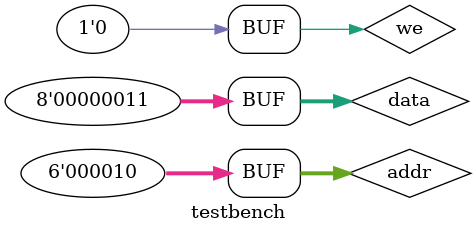
<source format=v>
module testbench;
reg [7:0] data;
reg [5:0] addr;
reg we;
wire [7:0] q;
async_single_port_RAM ram(data, addr, we, q);
initial begin
we = 1; addr = 6'b00000; data = 8'h1;
#100 we = 1; addr = 6'b00001; data = 8'h2;
#100 we = 1; addr = 6'b00010; data = 8'h3;
#100 we = 0; addr = 6'b00000; 
#100 we = 0; addr = 6'b00001; 
#100 we = 0; addr = 6'b00010; 
end
initial begin
$monitor("Addr=%b, data =%b, we=%b, q=%b",addr, data, we, q);
end
endmodule

</source>
